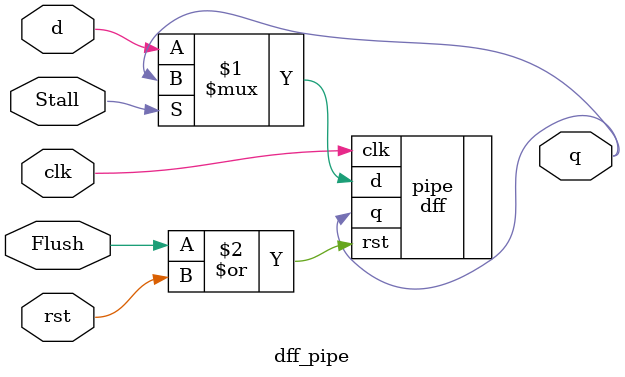
<source format=v>
/********************************************************************************************************
/		MODULE: dff_pipe
/		PURPOSE: dff for pipeline stages
/
/		INPUTS: clk - Clock
/				rst - Reset
/				Flush - Clear the register ??Asynchrnous??
/				Stall - Keep values
/				d - Value to store
/
/		OUTPUTS: q - Value stored
********************************************************************************************************/
module dff_pipe(clk, rst, Flush, Stall, d, q);

input clk;
input rst;
input Flush;
input Stall;
input d;

output q;

dff pipe(.q(q), .d(Stall ? q : d), .clk(clk), .rst(Flush | rst));   //TODO: Check this logic out, d

endmodule
</source>
